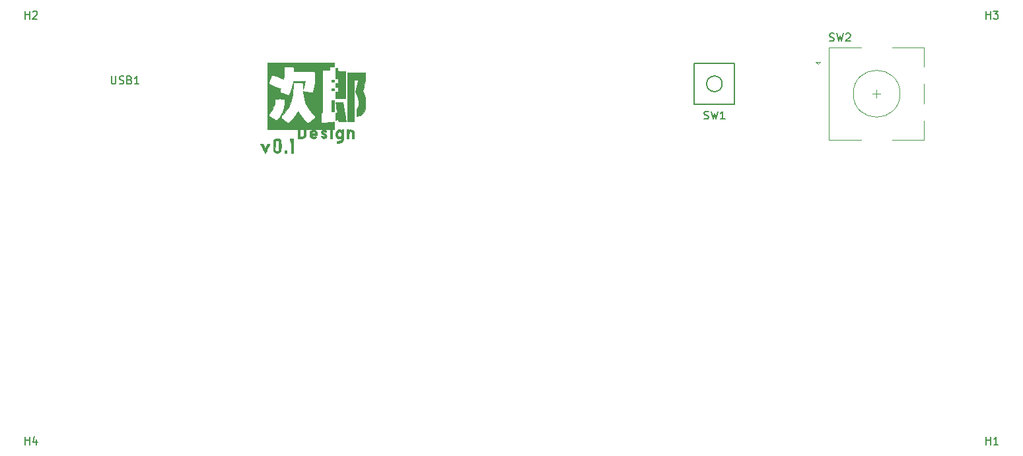
<source format=gbr>
%TF.GenerationSoftware,KiCad,Pcbnew,(5.1.9)-1*%
%TF.CreationDate,2021-03-22T08:17:26-07:00*%
%TF.ProjectId,millipad,6d696c6c-6970-4616-942e-6b696361645f,rev?*%
%TF.SameCoordinates,Original*%
%TF.FileFunction,Legend,Top*%
%TF.FilePolarity,Positive*%
%FSLAX46Y46*%
G04 Gerber Fmt 4.6, Leading zero omitted, Abs format (unit mm)*
G04 Created by KiCad (PCBNEW (5.1.9)-1) date 2021-03-22 08:17:26*
%MOMM*%
%LPD*%
G01*
G04 APERTURE LIST*
%ADD10C,0.010000*%
%ADD11C,0.120000*%
%ADD12C,0.150000*%
G04 APERTURE END LIST*
D10*
%TO.C,G\u002A\u002A\u002A*%
G36*
X104802746Y-57554732D02*
G01*
X104958110Y-57864215D01*
X105111845Y-57554732D01*
X105265581Y-57245250D01*
X105401290Y-57245250D01*
X105484012Y-57248631D01*
X105532079Y-57257140D01*
X105537000Y-57261459D01*
X105523594Y-57293531D01*
X105486823Y-57371211D01*
X105431851Y-57484180D01*
X105363846Y-57622117D01*
X105287975Y-57774702D01*
X105209404Y-57931616D01*
X105133299Y-58082537D01*
X105064827Y-58217147D01*
X105009154Y-58325124D01*
X104971448Y-58396150D01*
X104956996Y-58420000D01*
X104941051Y-58392953D01*
X104901187Y-58317401D01*
X104841704Y-58201721D01*
X104766900Y-58054295D01*
X104681074Y-57883501D01*
X104655649Y-57832625D01*
X104362470Y-57245250D01*
X104647382Y-57245250D01*
X104802746Y-57554732D01*
G37*
X104802746Y-57554732D02*
X104958110Y-57864215D01*
X105111845Y-57554732D01*
X105265581Y-57245250D01*
X105401290Y-57245250D01*
X105484012Y-57248631D01*
X105532079Y-57257140D01*
X105537000Y-57261459D01*
X105523594Y-57293531D01*
X105486823Y-57371211D01*
X105431851Y-57484180D01*
X105363846Y-57622117D01*
X105287975Y-57774702D01*
X105209404Y-57931616D01*
X105133299Y-58082537D01*
X105064827Y-58217147D01*
X105009154Y-58325124D01*
X104971448Y-58396150D01*
X104956996Y-58420000D01*
X104941051Y-58392953D01*
X104901187Y-58317401D01*
X104841704Y-58201721D01*
X104766900Y-58054295D01*
X104681074Y-57883501D01*
X104655649Y-57832625D01*
X104362470Y-57245250D01*
X104647382Y-57245250D01*
X104802746Y-57554732D01*
G36*
X106716561Y-56564421D02*
G01*
X106847633Y-56644449D01*
X106940636Y-56761113D01*
X106953467Y-56788575D01*
X106971167Y-56852976D01*
X106983945Y-56953757D01*
X106992267Y-57098149D01*
X106996595Y-57293379D01*
X106997500Y-57474913D01*
X106996729Y-57687630D01*
X106993846Y-57847114D01*
X106987991Y-57963621D01*
X106978305Y-58047404D01*
X106963930Y-58108720D01*
X106944007Y-58157822D01*
X106939588Y-58166495D01*
X106856287Y-58268085D01*
X106732503Y-58352468D01*
X106591105Y-58406764D01*
X106489500Y-58420000D01*
X106390742Y-58404975D01*
X106276946Y-58367207D01*
X106236639Y-58348562D01*
X106155061Y-58302145D01*
X106092878Y-58251413D01*
X106047494Y-58187407D01*
X106016315Y-58101165D01*
X106000478Y-58006140D01*
X106231504Y-58006140D01*
X106315290Y-58089926D01*
X106382552Y-58144853D01*
X106451997Y-58162201D01*
X106527508Y-58156487D01*
X106617983Y-58137147D01*
X106682670Y-58110579D01*
X106691781Y-58103496D01*
X106706894Y-58055896D01*
X106719421Y-57947433D01*
X106729172Y-57780701D01*
X106735955Y-57558292D01*
X106737239Y-57489803D01*
X106740258Y-57261077D01*
X106738902Y-57088061D01*
X106730487Y-56962987D01*
X106712329Y-56878087D01*
X106681743Y-56825594D01*
X106636046Y-56797740D01*
X106572553Y-56786757D01*
X106493646Y-56784875D01*
X106391759Y-56792718D01*
X106314457Y-56812750D01*
X106292650Y-56826069D01*
X106275999Y-56863231D01*
X106262971Y-56941441D01*
X106253073Y-57066553D01*
X106245816Y-57244420D01*
X106241439Y-57436702D01*
X106231504Y-58006140D01*
X106000478Y-58006140D01*
X105996742Y-57983726D01*
X105986181Y-57826129D01*
X105982036Y-57619412D01*
X105981549Y-57467995D01*
X105983078Y-57227077D01*
X105989333Y-57040684D01*
X106002881Y-56899877D01*
X106026292Y-56795717D01*
X106062133Y-56719265D01*
X106112973Y-56661583D01*
X106181380Y-56613731D01*
X106235500Y-56584172D01*
X106396437Y-56530281D01*
X106561477Y-56525031D01*
X106716561Y-56564421D01*
G37*
X106716561Y-56564421D02*
X106847633Y-56644449D01*
X106940636Y-56761113D01*
X106953467Y-56788575D01*
X106971167Y-56852976D01*
X106983945Y-56953757D01*
X106992267Y-57098149D01*
X106996595Y-57293379D01*
X106997500Y-57474913D01*
X106996729Y-57687630D01*
X106993846Y-57847114D01*
X106987991Y-57963621D01*
X106978305Y-58047404D01*
X106963930Y-58108720D01*
X106944007Y-58157822D01*
X106939588Y-58166495D01*
X106856287Y-58268085D01*
X106732503Y-58352468D01*
X106591105Y-58406764D01*
X106489500Y-58420000D01*
X106390742Y-58404975D01*
X106276946Y-58367207D01*
X106236639Y-58348562D01*
X106155061Y-58302145D01*
X106092878Y-58251413D01*
X106047494Y-58187407D01*
X106016315Y-58101165D01*
X106000478Y-58006140D01*
X106231504Y-58006140D01*
X106315290Y-58089926D01*
X106382552Y-58144853D01*
X106451997Y-58162201D01*
X106527508Y-58156487D01*
X106617983Y-58137147D01*
X106682670Y-58110579D01*
X106691781Y-58103496D01*
X106706894Y-58055896D01*
X106719421Y-57947433D01*
X106729172Y-57780701D01*
X106735955Y-57558292D01*
X106737239Y-57489803D01*
X106740258Y-57261077D01*
X106738902Y-57088061D01*
X106730487Y-56962987D01*
X106712329Y-56878087D01*
X106681743Y-56825594D01*
X106636046Y-56797740D01*
X106572553Y-56786757D01*
X106493646Y-56784875D01*
X106391759Y-56792718D01*
X106314457Y-56812750D01*
X106292650Y-56826069D01*
X106275999Y-56863231D01*
X106262971Y-56941441D01*
X106253073Y-57066553D01*
X106245816Y-57244420D01*
X106241439Y-57436702D01*
X106231504Y-58006140D01*
X106000478Y-58006140D01*
X105996742Y-57983726D01*
X105986181Y-57826129D01*
X105982036Y-57619412D01*
X105981549Y-57467995D01*
X105983078Y-57227077D01*
X105989333Y-57040684D01*
X106002881Y-56899877D01*
X106026292Y-56795717D01*
X106062133Y-56719265D01*
X106112973Y-56661583D01*
X106181380Y-56613731D01*
X106235500Y-56584172D01*
X106396437Y-56530281D01*
X106561477Y-56525031D01*
X106716561Y-56564421D01*
G36*
X107696000Y-58388250D02*
G01*
X107442000Y-58388250D01*
X107442000Y-58102500D01*
X107696000Y-58102500D01*
X107696000Y-58388250D01*
G37*
X107696000Y-58388250D02*
X107442000Y-58388250D01*
X107442000Y-58102500D01*
X107696000Y-58102500D01*
X107696000Y-58388250D01*
G36*
X108521500Y-58388250D02*
G01*
X108267500Y-58388250D01*
X108267500Y-57594500D01*
X108267330Y-57349963D01*
X108266432Y-57161602D01*
X108264219Y-57022094D01*
X108260105Y-56924114D01*
X108253505Y-56860339D01*
X108243831Y-56823446D01*
X108230500Y-56806109D01*
X108212924Y-56801006D01*
X108204000Y-56800750D01*
X108162455Y-56790099D01*
X108144095Y-56747054D01*
X108140500Y-56673750D01*
X108140500Y-56546750D01*
X108521500Y-56546750D01*
X108521500Y-58388250D01*
G37*
X108521500Y-58388250D02*
X108267500Y-58388250D01*
X108267500Y-57594500D01*
X108267330Y-57349963D01*
X108266432Y-57161602D01*
X108264219Y-57022094D01*
X108260105Y-56924114D01*
X108253505Y-56860339D01*
X108243831Y-56823446D01*
X108230500Y-56806109D01*
X108212924Y-56801006D01*
X108204000Y-56800750D01*
X108162455Y-56790099D01*
X108144095Y-56747054D01*
X108140500Y-56673750D01*
X108140500Y-56546750D01*
X108521500Y-56546750D01*
X108521500Y-58388250D01*
G36*
X114992821Y-56078437D02*
G01*
X114988128Y-56326575D01*
X114981079Y-56520022D01*
X114969597Y-56667585D01*
X114951606Y-56778072D01*
X114925027Y-56860292D01*
X114887785Y-56923052D01*
X114837801Y-56975160D01*
X114772999Y-57025425D01*
X114768791Y-57028434D01*
X114695553Y-57070287D01*
X114607214Y-57095863D01*
X114483721Y-57110050D01*
X114419062Y-57113674D01*
X114173000Y-57124973D01*
X114173000Y-56864250D01*
X114346131Y-56864250D01*
X114509146Y-56851727D01*
X114621464Y-56811654D01*
X114691263Y-56740269D01*
X114711169Y-56696385D01*
X114740629Y-56599383D01*
X114738246Y-56550631D01*
X114697961Y-56540350D01*
X114624157Y-56555943D01*
X114452674Y-56573261D01*
X114298373Y-56535017D01*
X114168042Y-56448291D01*
X114068472Y-56320165D01*
X114006454Y-56157720D01*
X113990928Y-55991125D01*
X114252375Y-55991125D01*
X114256467Y-56100265D01*
X114274162Y-56169563D01*
X114313585Y-56222440D01*
X114341457Y-56247874D01*
X114416642Y-56299189D01*
X114483581Y-56324061D01*
X114490500Y-56324500D01*
X114553723Y-56304656D01*
X114629676Y-56256065D01*
X114639542Y-56247874D01*
X114691778Y-56194667D01*
X114718523Y-56135883D01*
X114727903Y-56048102D01*
X114728625Y-55991125D01*
X114724532Y-55881984D01*
X114706837Y-55812686D01*
X114667414Y-55759809D01*
X114639542Y-55734375D01*
X114564357Y-55683060D01*
X114497418Y-55658188D01*
X114490500Y-55657750D01*
X114427276Y-55677593D01*
X114351323Y-55726184D01*
X114341457Y-55734375D01*
X114289221Y-55787582D01*
X114262476Y-55846366D01*
X114253096Y-55934147D01*
X114252375Y-55991125D01*
X113990928Y-55991125D01*
X113988776Y-55968038D01*
X113994049Y-55898800D01*
X114040927Y-55722167D01*
X114130153Y-55578069D01*
X114252150Y-55473147D01*
X114397344Y-55414045D01*
X114556156Y-55407406D01*
X114663058Y-55434714D01*
X114727594Y-55449648D01*
X114744500Y-55434714D01*
X114772701Y-55415463D01*
X114843290Y-55404624D01*
X114873758Y-55403750D01*
X115003017Y-55403750D01*
X114992821Y-56078437D01*
G37*
X114992821Y-56078437D02*
X114988128Y-56326575D01*
X114981079Y-56520022D01*
X114969597Y-56667585D01*
X114951606Y-56778072D01*
X114925027Y-56860292D01*
X114887785Y-56923052D01*
X114837801Y-56975160D01*
X114772999Y-57025425D01*
X114768791Y-57028434D01*
X114695553Y-57070287D01*
X114607214Y-57095863D01*
X114483721Y-57110050D01*
X114419062Y-57113674D01*
X114173000Y-57124973D01*
X114173000Y-56864250D01*
X114346131Y-56864250D01*
X114509146Y-56851727D01*
X114621464Y-56811654D01*
X114691263Y-56740269D01*
X114711169Y-56696385D01*
X114740629Y-56599383D01*
X114738246Y-56550631D01*
X114697961Y-56540350D01*
X114624157Y-56555943D01*
X114452674Y-56573261D01*
X114298373Y-56535017D01*
X114168042Y-56448291D01*
X114068472Y-56320165D01*
X114006454Y-56157720D01*
X113990928Y-55991125D01*
X114252375Y-55991125D01*
X114256467Y-56100265D01*
X114274162Y-56169563D01*
X114313585Y-56222440D01*
X114341457Y-56247874D01*
X114416642Y-56299189D01*
X114483581Y-56324061D01*
X114490500Y-56324500D01*
X114553723Y-56304656D01*
X114629676Y-56256065D01*
X114639542Y-56247874D01*
X114691778Y-56194667D01*
X114718523Y-56135883D01*
X114727903Y-56048102D01*
X114728625Y-55991125D01*
X114724532Y-55881984D01*
X114706837Y-55812686D01*
X114667414Y-55759809D01*
X114639542Y-55734375D01*
X114564357Y-55683060D01*
X114497418Y-55658188D01*
X114490500Y-55657750D01*
X114427276Y-55677593D01*
X114351323Y-55726184D01*
X114341457Y-55734375D01*
X114289221Y-55787582D01*
X114262476Y-55846366D01*
X114253096Y-55934147D01*
X114252375Y-55991125D01*
X113990928Y-55991125D01*
X113988776Y-55968038D01*
X113994049Y-55898800D01*
X114040927Y-55722167D01*
X114130153Y-55578069D01*
X114252150Y-55473147D01*
X114397344Y-55414045D01*
X114556156Y-55407406D01*
X114663058Y-55434714D01*
X114727594Y-55449648D01*
X114744500Y-55434714D01*
X114772701Y-55415463D01*
X114843290Y-55404624D01*
X114873758Y-55403750D01*
X115003017Y-55403750D01*
X114992821Y-56078437D01*
G36*
X111294286Y-55439554D02*
G01*
X111436970Y-55521097D01*
X111513717Y-55598651D01*
X111574633Y-55691722D01*
X111609053Y-55796990D01*
X111624224Y-55908213D01*
X111641819Y-56102250D01*
X111272284Y-56102250D01*
X111098295Y-56105032D01*
X110976966Y-56113130D01*
X110912478Y-56126167D01*
X110902750Y-56135443D01*
X110928234Y-56190960D01*
X110989876Y-56253172D01*
X111065455Y-56303783D01*
X111132367Y-56324500D01*
X111215857Y-56306229D01*
X111275876Y-56275641D01*
X111330704Y-56245391D01*
X111381828Y-56248975D01*
X111441690Y-56276456D01*
X111515169Y-56322143D01*
X111531163Y-56363924D01*
X111492166Y-56418748D01*
X111466312Y-56443850D01*
X111323236Y-56539744D01*
X111165888Y-56574111D01*
X110996763Y-56546671D01*
X110903379Y-56507062D01*
X110770606Y-56410501D01*
X110684595Y-56277803D01*
X110642622Y-56103712D01*
X110637299Y-55993589D01*
X110654804Y-55818142D01*
X110920564Y-55818142D01*
X110931385Y-55836926D01*
X110978129Y-55845652D01*
X111072349Y-55848143D01*
X111123882Y-55848250D01*
X111238318Y-55844073D01*
X111317441Y-55832872D01*
X111347248Y-55816637D01*
X111347250Y-55816500D01*
X111321598Y-55761417D01*
X111260904Y-55704076D01*
X111189557Y-55664581D01*
X111154662Y-55657750D01*
X111040615Y-55685428D01*
X110951353Y-55758535D01*
X110934110Y-55785477D01*
X110920564Y-55818142D01*
X110654804Y-55818142D01*
X110655855Y-55807611D01*
X110714848Y-55660080D01*
X110820756Y-55535784D01*
X110839044Y-55519920D01*
X110982084Y-55437420D01*
X111138244Y-55411147D01*
X111294286Y-55439554D01*
G37*
X111294286Y-55439554D02*
X111436970Y-55521097D01*
X111513717Y-55598651D01*
X111574633Y-55691722D01*
X111609053Y-55796990D01*
X111624224Y-55908213D01*
X111641819Y-56102250D01*
X111272284Y-56102250D01*
X111098295Y-56105032D01*
X110976966Y-56113130D01*
X110912478Y-56126167D01*
X110902750Y-56135443D01*
X110928234Y-56190960D01*
X110989876Y-56253172D01*
X111065455Y-56303783D01*
X111132367Y-56324500D01*
X111215857Y-56306229D01*
X111275876Y-56275641D01*
X111330704Y-56245391D01*
X111381828Y-56248975D01*
X111441690Y-56276456D01*
X111515169Y-56322143D01*
X111531163Y-56363924D01*
X111492166Y-56418748D01*
X111466312Y-56443850D01*
X111323236Y-56539744D01*
X111165888Y-56574111D01*
X110996763Y-56546671D01*
X110903379Y-56507062D01*
X110770606Y-56410501D01*
X110684595Y-56277803D01*
X110642622Y-56103712D01*
X110637299Y-55993589D01*
X110654804Y-55818142D01*
X110920564Y-55818142D01*
X110931385Y-55836926D01*
X110978129Y-55845652D01*
X111072349Y-55848143D01*
X111123882Y-55848250D01*
X111238318Y-55844073D01*
X111317441Y-55832872D01*
X111347248Y-55816637D01*
X111347250Y-55816500D01*
X111321598Y-55761417D01*
X111260904Y-55704076D01*
X111189557Y-55664581D01*
X111154662Y-55657750D01*
X111040615Y-55685428D01*
X110951353Y-55758535D01*
X110934110Y-55785477D01*
X110920564Y-55818142D01*
X110654804Y-55818142D01*
X110655855Y-55807611D01*
X110714848Y-55660080D01*
X110820756Y-55535784D01*
X110839044Y-55519920D01*
X110982084Y-55437420D01*
X111138244Y-55411147D01*
X111294286Y-55439554D01*
G36*
X109624403Y-54707735D02*
G01*
X109736725Y-54717154D01*
X109822804Y-54736455D01*
X109901205Y-54768584D01*
X109917360Y-54776687D01*
X110000665Y-54824434D01*
X110063727Y-54877060D01*
X110109316Y-54943783D01*
X110140199Y-55033821D01*
X110159147Y-55156392D01*
X110168929Y-55320714D01*
X110172314Y-55536006D01*
X110172500Y-55626000D01*
X110170713Y-55861506D01*
X110163508Y-56042786D01*
X110148116Y-56179058D01*
X110121766Y-56279539D01*
X110081690Y-56353447D01*
X110025119Y-56410002D01*
X109949284Y-56458419D01*
X109917360Y-56475312D01*
X109838282Y-56510318D01*
X109755186Y-56531915D01*
X109649507Y-56543049D01*
X109502679Y-56546668D01*
X109467272Y-56546750D01*
X109156500Y-56546750D01*
X109156500Y-56300147D01*
X109410500Y-56300147D01*
X109620713Y-56286762D01*
X109748758Y-56273517D01*
X109828175Y-56250988D01*
X109873637Y-56214943D01*
X109874713Y-56213494D01*
X109892781Y-56156406D01*
X109906505Y-56049561D01*
X109915885Y-55906556D01*
X109920923Y-55740987D01*
X109921617Y-55566447D01*
X109917967Y-55396534D01*
X109909974Y-55244843D01*
X109897637Y-55124968D01*
X109880957Y-55050506D01*
X109874713Y-55038505D01*
X109830110Y-55001948D01*
X109752028Y-54979046D01*
X109625797Y-54965566D01*
X109620713Y-54965237D01*
X109410500Y-54951852D01*
X109410500Y-56300147D01*
X109156500Y-56300147D01*
X109156500Y-54705250D01*
X109467272Y-54705250D01*
X109624403Y-54707735D01*
G37*
X109624403Y-54707735D02*
X109736725Y-54717154D01*
X109822804Y-54736455D01*
X109901205Y-54768584D01*
X109917360Y-54776687D01*
X110000665Y-54824434D01*
X110063727Y-54877060D01*
X110109316Y-54943783D01*
X110140199Y-55033821D01*
X110159147Y-55156392D01*
X110168929Y-55320714D01*
X110172314Y-55536006D01*
X110172500Y-55626000D01*
X110170713Y-55861506D01*
X110163508Y-56042786D01*
X110148116Y-56179058D01*
X110121766Y-56279539D01*
X110081690Y-56353447D01*
X110025119Y-56410002D01*
X109949284Y-56458419D01*
X109917360Y-56475312D01*
X109838282Y-56510318D01*
X109755186Y-56531915D01*
X109649507Y-56543049D01*
X109502679Y-56546668D01*
X109467272Y-56546750D01*
X109156500Y-56546750D01*
X109156500Y-56300147D01*
X109410500Y-56300147D01*
X109620713Y-56286762D01*
X109748758Y-56273517D01*
X109828175Y-56250988D01*
X109873637Y-56214943D01*
X109874713Y-56213494D01*
X109892781Y-56156406D01*
X109906505Y-56049561D01*
X109915885Y-55906556D01*
X109920923Y-55740987D01*
X109921617Y-55566447D01*
X109917967Y-55396534D01*
X109909974Y-55244843D01*
X109897637Y-55124968D01*
X109880957Y-55050506D01*
X109874713Y-55038505D01*
X109830110Y-55001948D01*
X109752028Y-54979046D01*
X109625797Y-54965566D01*
X109620713Y-54965237D01*
X109410500Y-54951852D01*
X109410500Y-56300147D01*
X109156500Y-56300147D01*
X109156500Y-54705250D01*
X109467272Y-54705250D01*
X109624403Y-54707735D01*
G36*
X112548334Y-55417901D02*
G01*
X112672812Y-55464377D01*
X112763815Y-55547830D01*
X112765321Y-55550099D01*
X112796625Y-55619551D01*
X112777220Y-55668657D01*
X112701290Y-55709087D01*
X112682760Y-55715791D01*
X112606748Y-55732398D01*
X112559904Y-55711925D01*
X112551814Y-55703042D01*
X112492651Y-55662171D01*
X112437501Y-55665762D01*
X112406103Y-55705787D01*
X112411851Y-55759970D01*
X112447124Y-55799241D01*
X112520488Y-55854407D01*
X112589595Y-55897772D01*
X112722034Y-55998294D01*
X112807042Y-56112345D01*
X112843421Y-56230113D01*
X112829973Y-56341782D01*
X112765501Y-56437542D01*
X112663339Y-56501812D01*
X112505981Y-56542973D01*
X112364978Y-56525260D01*
X112268010Y-56475312D01*
X112186664Y-56409853D01*
X112123519Y-56342399D01*
X112117240Y-56333449D01*
X112091860Y-56285625D01*
X112103490Y-56253937D01*
X112161789Y-56219870D01*
X112181442Y-56210405D01*
X112255747Y-56178610D01*
X112301348Y-56178358D01*
X112346064Y-56212251D01*
X112361220Y-56227220D01*
X112434004Y-56275317D01*
X112505172Y-56285574D01*
X112556038Y-56259033D01*
X112569625Y-56215614D01*
X112539226Y-56156982D01*
X112449590Y-56085078D01*
X112404100Y-56056864D01*
X112305905Y-55993253D01*
X112225636Y-55931066D01*
X112190797Y-55895875D01*
X112146485Y-55789715D01*
X112152717Y-55673221D01*
X112202158Y-55562178D01*
X112287471Y-55472370D01*
X112401322Y-55419580D01*
X112413318Y-55417071D01*
X112548334Y-55417901D01*
G37*
X112548334Y-55417901D02*
X112672812Y-55464377D01*
X112763815Y-55547830D01*
X112765321Y-55550099D01*
X112796625Y-55619551D01*
X112777220Y-55668657D01*
X112701290Y-55709087D01*
X112682760Y-55715791D01*
X112606748Y-55732398D01*
X112559904Y-55711925D01*
X112551814Y-55703042D01*
X112492651Y-55662171D01*
X112437501Y-55665762D01*
X112406103Y-55705787D01*
X112411851Y-55759970D01*
X112447124Y-55799241D01*
X112520488Y-55854407D01*
X112589595Y-55897772D01*
X112722034Y-55998294D01*
X112807042Y-56112345D01*
X112843421Y-56230113D01*
X112829973Y-56341782D01*
X112765501Y-56437542D01*
X112663339Y-56501812D01*
X112505981Y-56542973D01*
X112364978Y-56525260D01*
X112268010Y-56475312D01*
X112186664Y-56409853D01*
X112123519Y-56342399D01*
X112117240Y-56333449D01*
X112091860Y-56285625D01*
X112103490Y-56253937D01*
X112161789Y-56219870D01*
X112181442Y-56210405D01*
X112255747Y-56178610D01*
X112301348Y-56178358D01*
X112346064Y-56212251D01*
X112361220Y-56227220D01*
X112434004Y-56275317D01*
X112505172Y-56285574D01*
X112556038Y-56259033D01*
X112569625Y-56215614D01*
X112539226Y-56156982D01*
X112449590Y-56085078D01*
X112404100Y-56056864D01*
X112305905Y-55993253D01*
X112225636Y-55931066D01*
X112190797Y-55895875D01*
X112146485Y-55789715D01*
X112152717Y-55673221D01*
X112202158Y-55562178D01*
X112287471Y-55472370D01*
X112401322Y-55419580D01*
X112413318Y-55417071D01*
X112548334Y-55417901D01*
G36*
X113538000Y-56546750D02*
G01*
X113284000Y-56546750D01*
X113284000Y-55403750D01*
X113538000Y-55403750D01*
X113538000Y-56546750D01*
G37*
X113538000Y-56546750D02*
X113284000Y-56546750D01*
X113284000Y-55403750D01*
X113538000Y-55403750D01*
X113538000Y-56546750D01*
G36*
X115649530Y-55410617D02*
G01*
X115693763Y-55427774D01*
X115697000Y-55434714D01*
X115722461Y-55448658D01*
X115784312Y-55432385D01*
X115902229Y-55412716D01*
X116035412Y-55426958D01*
X116154458Y-55470040D01*
X116203852Y-55504745D01*
X116268226Y-55577967D01*
X116313560Y-55665992D01*
X116342691Y-55780530D01*
X116358457Y-55933291D01*
X116363694Y-56135986D01*
X116363750Y-56164730D01*
X116363750Y-56546750D01*
X116109750Y-56546750D01*
X116109750Y-56165750D01*
X116108679Y-56001113D01*
X116104284Y-55887521D01*
X116094787Y-55812537D01*
X116078412Y-55763724D01*
X116053382Y-55728647D01*
X116046250Y-55721250D01*
X115950987Y-55666117D01*
X115844184Y-55668122D01*
X115774505Y-55702749D01*
X115748402Y-55728465D01*
X115730151Y-55768469D01*
X115717899Y-55834173D01*
X115709794Y-55936992D01*
X115703982Y-56088339D01*
X115702348Y-56147249D01*
X115691821Y-56546750D01*
X115443000Y-56546750D01*
X115443000Y-55403750D01*
X115570000Y-55403750D01*
X115649530Y-55410617D01*
G37*
X115649530Y-55410617D02*
X115693763Y-55427774D01*
X115697000Y-55434714D01*
X115722461Y-55448658D01*
X115784312Y-55432385D01*
X115902229Y-55412716D01*
X116035412Y-55426958D01*
X116154458Y-55470040D01*
X116203852Y-55504745D01*
X116268226Y-55577967D01*
X116313560Y-55665992D01*
X116342691Y-55780530D01*
X116358457Y-55933291D01*
X116363694Y-56135986D01*
X116363750Y-56164730D01*
X116363750Y-56546750D01*
X116109750Y-56546750D01*
X116109750Y-56165750D01*
X116108679Y-56001113D01*
X116104284Y-55887521D01*
X116094787Y-55812537D01*
X116078412Y-55763724D01*
X116053382Y-55728647D01*
X116046250Y-55721250D01*
X115950987Y-55666117D01*
X115844184Y-55668122D01*
X115774505Y-55702749D01*
X115748402Y-55728465D01*
X115730151Y-55768469D01*
X115717899Y-55834173D01*
X115709794Y-55936992D01*
X115703982Y-56088339D01*
X115702348Y-56147249D01*
X115691821Y-56546750D01*
X115443000Y-56546750D01*
X115443000Y-55403750D01*
X115570000Y-55403750D01*
X115649530Y-55410617D01*
G36*
X113792000Y-47339250D02*
G01*
X113544350Y-47339250D01*
X113404923Y-47344280D01*
X113304877Y-47358261D01*
X113258600Y-47377349D01*
X113236931Y-47429085D01*
X113223130Y-47519816D01*
X113220500Y-47583724D01*
X113220500Y-47752000D01*
X112782350Y-47752000D01*
X112573437Y-47754653D01*
X112425410Y-47762743D01*
X112335871Y-47776460D01*
X112306100Y-47790099D01*
X112299017Y-47812169D01*
X112292786Y-47865374D01*
X112287365Y-47952771D01*
X112282711Y-48077419D01*
X112278782Y-48242377D01*
X112275535Y-48450703D01*
X112272929Y-48705455D01*
X112270922Y-49009691D01*
X112269471Y-49366471D01*
X112268534Y-49778852D01*
X112268070Y-50249893D01*
X112268000Y-50552350D01*
X112267953Y-51031205D01*
X112267758Y-51450505D01*
X112267332Y-51814193D01*
X112266592Y-52126213D01*
X112265456Y-52390509D01*
X112263841Y-52611025D01*
X112261663Y-52791705D01*
X112258841Y-52936493D01*
X112255291Y-53049333D01*
X112250931Y-53134169D01*
X112245678Y-53194946D01*
X112239449Y-53235606D01*
X112232162Y-53260095D01*
X112223734Y-53272355D01*
X112214081Y-53276332D01*
X112210849Y-53276500D01*
X112164900Y-53281474D01*
X112130824Y-53301818D01*
X112106879Y-53345664D01*
X112091318Y-53421143D01*
X112082399Y-53536386D01*
X112078376Y-53699525D01*
X112077500Y-53898087D01*
X112078393Y-54103324D01*
X112081564Y-54253953D01*
X112087746Y-54358849D01*
X112097673Y-54426885D01*
X112112080Y-54466935D01*
X112125953Y-54483687D01*
X112178879Y-54499000D01*
X112285006Y-54506931D01*
X112434511Y-54507866D01*
X112617569Y-54502189D01*
X112824358Y-54490287D01*
X113045054Y-54472542D01*
X113269836Y-54449342D01*
X113395125Y-54433942D01*
X113537928Y-54415508D01*
X113657060Y-54400587D01*
X113738695Y-54390882D01*
X113768187Y-54388006D01*
X113776473Y-54417832D01*
X113783506Y-54500188D01*
X113788735Y-54624107D01*
X113791614Y-54778623D01*
X113792000Y-54864000D01*
X113792000Y-55340250D01*
X113688812Y-55340306D01*
X113585625Y-55340363D01*
X113585625Y-54911625D01*
X113236375Y-54911625D01*
X113236375Y-55340363D01*
X111739886Y-55340306D01*
X110243397Y-55340250D01*
X110230270Y-55134100D01*
X110218932Y-55014678D01*
X110197426Y-54934365D01*
X110156419Y-54868772D01*
X110108410Y-54815767D01*
X110024359Y-54741715D01*
X109931872Y-54691124D01*
X109817803Y-54660681D01*
X109669007Y-54647070D01*
X109472339Y-54646978D01*
X109442250Y-54647795D01*
X109108875Y-54657625D01*
X109099863Y-54998937D01*
X109090851Y-55340250D01*
X105251250Y-55340250D01*
X105251250Y-53503331D01*
X105416205Y-53503331D01*
X105416396Y-53560617D01*
X105422619Y-53605462D01*
X105438365Y-53643855D01*
X105471968Y-53682890D01*
X105531763Y-53729664D01*
X105626085Y-53791275D01*
X105763267Y-53874817D01*
X105837821Y-53919437D01*
X106029715Y-54031277D01*
X106178428Y-54108919D01*
X106293387Y-54153727D01*
X106384019Y-54167066D01*
X106459749Y-54150301D01*
X106530006Y-54104795D01*
X106604215Y-54031914D01*
X106605460Y-54030562D01*
X106828786Y-53758037D01*
X107029640Y-53455274D01*
X107196823Y-53141207D01*
X107319137Y-52834770D01*
X107326609Y-52811277D01*
X107367738Y-52655157D01*
X107403442Y-52473868D01*
X107432784Y-52278912D01*
X107454826Y-52081792D01*
X107468632Y-51894010D01*
X107473264Y-51727069D01*
X107467784Y-51592471D01*
X107451256Y-51501718D01*
X107435650Y-51473100D01*
X107394268Y-51457340D01*
X107303493Y-51445969D01*
X107159247Y-51438723D01*
X106957455Y-51435336D01*
X106850075Y-51435000D01*
X106651374Y-51435332D01*
X106506518Y-51437090D01*
X106405854Y-51441414D01*
X106339727Y-51449447D01*
X106298483Y-51462328D01*
X106272468Y-51481201D01*
X106253175Y-51505564D01*
X106220914Y-51586999D01*
X106204643Y-51703539D01*
X106203750Y-51738610D01*
X106177273Y-51998193D01*
X106100352Y-52282289D01*
X105976751Y-52582342D01*
X105810233Y-52889793D01*
X105604560Y-53196083D01*
X105507269Y-53322492D01*
X105441528Y-53419103D01*
X105416205Y-53503331D01*
X105251250Y-53503331D01*
X105251250Y-49402680D01*
X105410000Y-49402680D01*
X105429958Y-49486360D01*
X105465562Y-49538506D01*
X105510888Y-49566098D01*
X105604859Y-49613802D01*
X105737652Y-49676964D01*
X105899439Y-49750929D01*
X106080397Y-49831042D01*
X106112622Y-49845052D01*
X106348583Y-49945222D01*
X106533819Y-50018825D01*
X106674262Y-50067964D01*
X106775845Y-50094744D01*
X106835580Y-50101500D01*
X106967040Y-50101500D01*
X106902895Y-50227235D01*
X106853456Y-50360875D01*
X106841331Y-50484490D01*
X106866877Y-50581846D01*
X106894312Y-50615973D01*
X106956400Y-50652839D01*
X107064572Y-50700931D01*
X107204457Y-50755390D01*
X107361684Y-50811359D01*
X107521884Y-50863979D01*
X107670683Y-50908390D01*
X107793713Y-50939735D01*
X107876603Y-50953155D01*
X107891161Y-50952992D01*
X107957817Y-50936066D01*
X108017969Y-50893816D01*
X108077522Y-50818148D01*
X108142381Y-50700966D01*
X108218449Y-50534175D01*
X108248775Y-50462672D01*
X108388999Y-50067999D01*
X108491388Y-49640651D01*
X108524875Y-49442687D01*
X108564236Y-49180750D01*
X110078000Y-49180750D01*
X110057760Y-49315687D01*
X110042558Y-49397145D01*
X110016987Y-49514118D01*
X109984491Y-49652853D01*
X109948517Y-49799599D01*
X109912512Y-49940603D01*
X109879920Y-50062114D01*
X109854188Y-50150379D01*
X109838762Y-50191646D01*
X109838032Y-50192551D01*
X109832103Y-50169139D01*
X109827308Y-50094360D01*
X109824186Y-49980341D01*
X109823250Y-49859856D01*
X109823245Y-49695390D01*
X109817844Y-49572636D01*
X109798964Y-49485508D01*
X109758525Y-49427918D01*
X109688443Y-49393781D01*
X109580638Y-49377010D01*
X109427028Y-49371519D01*
X109219532Y-49371221D01*
X109174462Y-49371250D01*
X108954970Y-49372696D01*
X108792903Y-49377310D01*
X108682246Y-49385501D01*
X108616983Y-49397680D01*
X108593116Y-49410937D01*
X108582132Y-49454083D01*
X108570657Y-49549925D01*
X108559565Y-49687675D01*
X108549732Y-49856544D01*
X108542285Y-50038000D01*
X108519072Y-50492590D01*
X108480119Y-50894973D01*
X108423443Y-51254934D01*
X108347061Y-51582258D01*
X108248990Y-51886731D01*
X108127246Y-52178137D01*
X108094748Y-52246268D01*
X107930065Y-52551372D01*
X107739398Y-52840278D01*
X107511872Y-53128153D01*
X107273383Y-53391770D01*
X107156309Y-53516895D01*
X107077399Y-53608083D01*
X107029455Y-53675831D01*
X107005277Y-53730637D01*
X106997667Y-53782998D01*
X106997500Y-53794073D01*
X107000166Y-53838455D01*
X107013089Y-53878395D01*
X107043655Y-53921570D01*
X107099251Y-53975652D01*
X107187263Y-54048316D01*
X107315078Y-54147237D01*
X107398427Y-54210615D01*
X107573409Y-54342432D01*
X107708404Y-54436500D01*
X107814469Y-54492841D01*
X107902661Y-54511480D01*
X107984036Y-54492440D01*
X108069651Y-54435745D01*
X108170562Y-54341418D01*
X108294918Y-54212526D01*
X108474619Y-54020053D01*
X108621651Y-53850415D01*
X108750982Y-53684457D01*
X108877581Y-53503026D01*
X109009188Y-53298512D01*
X109089042Y-53169603D01*
X109143528Y-53091071D01*
X109184481Y-53063363D01*
X109223733Y-53086929D01*
X109273117Y-53162217D01*
X109344467Y-53289674D01*
X109356869Y-53311682D01*
X109463356Y-53480857D01*
X109605415Y-53678425D01*
X109771788Y-53889893D01*
X109951220Y-54100765D01*
X110075434Y-54236937D01*
X110194802Y-54361708D01*
X110290849Y-54449877D01*
X110374271Y-54501125D01*
X110455765Y-54515137D01*
X110546027Y-54491596D01*
X110655755Y-54430184D01*
X110795646Y-54330586D01*
X110952358Y-54210974D01*
X111101890Y-54095155D01*
X111208055Y-54009718D01*
X111278244Y-53946884D01*
X111319842Y-53898873D01*
X111340240Y-53857905D01*
X111346825Y-53816202D01*
X111347250Y-53795164D01*
X111341631Y-53740139D01*
X111319867Y-53684377D01*
X111274596Y-53616802D01*
X111198456Y-53526341D01*
X111090134Y-53408376D01*
X110763187Y-53031098D01*
X110493481Y-52655641D01*
X110276405Y-52271774D01*
X110107348Y-51869269D01*
X109981701Y-51437895D01*
X109894852Y-50967422D01*
X109861327Y-50681839D01*
X109850133Y-50555139D01*
X109847522Y-50481452D01*
X109854590Y-50450733D01*
X109872435Y-50452937D01*
X109885246Y-50462822D01*
X109933134Y-50483571D01*
X110029881Y-50511642D01*
X110161674Y-50544144D01*
X110314697Y-50578186D01*
X110475137Y-50610879D01*
X110629179Y-50639331D01*
X110763010Y-50660654D01*
X110862814Y-50671955D01*
X110889891Y-50673023D01*
X110976577Y-50655661D01*
X111037879Y-50617437D01*
X111072100Y-50555203D01*
X111113590Y-50442502D01*
X111159051Y-50291481D01*
X111205186Y-50114288D01*
X111248697Y-49923072D01*
X111286287Y-49729978D01*
X111298596Y-49657000D01*
X111314544Y-49527298D01*
X111327551Y-49361950D01*
X111337550Y-49171321D01*
X111344478Y-48965771D01*
X111348267Y-48755663D01*
X111348854Y-48551360D01*
X111346172Y-48363224D01*
X111340157Y-48201617D01*
X111330744Y-48076903D01*
X111317866Y-47999442D01*
X111309149Y-47980599D01*
X111281800Y-47970568D01*
X111218886Y-47962272D01*
X111116297Y-47955597D01*
X110969924Y-47950428D01*
X110775655Y-47946651D01*
X110529381Y-47944150D01*
X110226991Y-47942811D01*
X109943899Y-47942500D01*
X108616750Y-47942500D01*
X108616750Y-47678974D01*
X108611957Y-47531794D01*
X108598456Y-47427439D01*
X108578649Y-47377349D01*
X108532616Y-47362545D01*
X108436201Y-47351130D01*
X108302433Y-47343105D01*
X108144339Y-47338470D01*
X107974947Y-47337225D01*
X107807285Y-47339370D01*
X107654380Y-47344906D01*
X107529262Y-47353831D01*
X107444957Y-47366146D01*
X107416600Y-47377349D01*
X107397555Y-47429852D01*
X107385075Y-47543273D01*
X107379078Y-47718541D01*
X107378473Y-47813912D01*
X107376268Y-47965866D01*
X107370232Y-48137623D01*
X107361201Y-48317327D01*
X107350015Y-48493121D01*
X107337512Y-48653150D01*
X107324530Y-48785557D01*
X107311908Y-48878486D01*
X107300484Y-48920082D01*
X107300238Y-48920344D01*
X107268874Y-48911860D01*
X107187999Y-48881247D01*
X107066202Y-48832003D01*
X106912071Y-48767628D01*
X106734195Y-48691622D01*
X106660717Y-48659789D01*
X106415742Y-48555392D01*
X106221302Y-48477921D01*
X106071233Y-48425709D01*
X105959370Y-48397090D01*
X105879549Y-48390398D01*
X105825605Y-48403968D01*
X105798219Y-48426687D01*
X105766437Y-48481125D01*
X105719414Y-48580509D01*
X105662479Y-48711434D01*
X105600966Y-48860499D01*
X105540204Y-49014299D01*
X105485526Y-49159433D01*
X105442263Y-49282495D01*
X105415746Y-49370084D01*
X105410000Y-49402680D01*
X105251250Y-49402680D01*
X105251250Y-46799500D01*
X113792000Y-46799500D01*
X113792000Y-47339250D01*
G37*
X113792000Y-47339250D02*
X113544350Y-47339250D01*
X113404923Y-47344280D01*
X113304877Y-47358261D01*
X113258600Y-47377349D01*
X113236931Y-47429085D01*
X113223130Y-47519816D01*
X113220500Y-47583724D01*
X113220500Y-47752000D01*
X112782350Y-47752000D01*
X112573437Y-47754653D01*
X112425410Y-47762743D01*
X112335871Y-47776460D01*
X112306100Y-47790099D01*
X112299017Y-47812169D01*
X112292786Y-47865374D01*
X112287365Y-47952771D01*
X112282711Y-48077419D01*
X112278782Y-48242377D01*
X112275535Y-48450703D01*
X112272929Y-48705455D01*
X112270922Y-49009691D01*
X112269471Y-49366471D01*
X112268534Y-49778852D01*
X112268070Y-50249893D01*
X112268000Y-50552350D01*
X112267953Y-51031205D01*
X112267758Y-51450505D01*
X112267332Y-51814193D01*
X112266592Y-52126213D01*
X112265456Y-52390509D01*
X112263841Y-52611025D01*
X112261663Y-52791705D01*
X112258841Y-52936493D01*
X112255291Y-53049333D01*
X112250931Y-53134169D01*
X112245678Y-53194946D01*
X112239449Y-53235606D01*
X112232162Y-53260095D01*
X112223734Y-53272355D01*
X112214081Y-53276332D01*
X112210849Y-53276500D01*
X112164900Y-53281474D01*
X112130824Y-53301818D01*
X112106879Y-53345664D01*
X112091318Y-53421143D01*
X112082399Y-53536386D01*
X112078376Y-53699525D01*
X112077500Y-53898087D01*
X112078393Y-54103324D01*
X112081564Y-54253953D01*
X112087746Y-54358849D01*
X112097673Y-54426885D01*
X112112080Y-54466935D01*
X112125953Y-54483687D01*
X112178879Y-54499000D01*
X112285006Y-54506931D01*
X112434511Y-54507866D01*
X112617569Y-54502189D01*
X112824358Y-54490287D01*
X113045054Y-54472542D01*
X113269836Y-54449342D01*
X113395125Y-54433942D01*
X113537928Y-54415508D01*
X113657060Y-54400587D01*
X113738695Y-54390882D01*
X113768187Y-54388006D01*
X113776473Y-54417832D01*
X113783506Y-54500188D01*
X113788735Y-54624107D01*
X113791614Y-54778623D01*
X113792000Y-54864000D01*
X113792000Y-55340250D01*
X113688812Y-55340306D01*
X113585625Y-55340363D01*
X113585625Y-54911625D01*
X113236375Y-54911625D01*
X113236375Y-55340363D01*
X111739886Y-55340306D01*
X110243397Y-55340250D01*
X110230270Y-55134100D01*
X110218932Y-55014678D01*
X110197426Y-54934365D01*
X110156419Y-54868772D01*
X110108410Y-54815767D01*
X110024359Y-54741715D01*
X109931872Y-54691124D01*
X109817803Y-54660681D01*
X109669007Y-54647070D01*
X109472339Y-54646978D01*
X109442250Y-54647795D01*
X109108875Y-54657625D01*
X109099863Y-54998937D01*
X109090851Y-55340250D01*
X105251250Y-55340250D01*
X105251250Y-53503331D01*
X105416205Y-53503331D01*
X105416396Y-53560617D01*
X105422619Y-53605462D01*
X105438365Y-53643855D01*
X105471968Y-53682890D01*
X105531763Y-53729664D01*
X105626085Y-53791275D01*
X105763267Y-53874817D01*
X105837821Y-53919437D01*
X106029715Y-54031277D01*
X106178428Y-54108919D01*
X106293387Y-54153727D01*
X106384019Y-54167066D01*
X106459749Y-54150301D01*
X106530006Y-54104795D01*
X106604215Y-54031914D01*
X106605460Y-54030562D01*
X106828786Y-53758037D01*
X107029640Y-53455274D01*
X107196823Y-53141207D01*
X107319137Y-52834770D01*
X107326609Y-52811277D01*
X107367738Y-52655157D01*
X107403442Y-52473868D01*
X107432784Y-52278912D01*
X107454826Y-52081792D01*
X107468632Y-51894010D01*
X107473264Y-51727069D01*
X107467784Y-51592471D01*
X107451256Y-51501718D01*
X107435650Y-51473100D01*
X107394268Y-51457340D01*
X107303493Y-51445969D01*
X107159247Y-51438723D01*
X106957455Y-51435336D01*
X106850075Y-51435000D01*
X106651374Y-51435332D01*
X106506518Y-51437090D01*
X106405854Y-51441414D01*
X106339727Y-51449447D01*
X106298483Y-51462328D01*
X106272468Y-51481201D01*
X106253175Y-51505564D01*
X106220914Y-51586999D01*
X106204643Y-51703539D01*
X106203750Y-51738610D01*
X106177273Y-51998193D01*
X106100352Y-52282289D01*
X105976751Y-52582342D01*
X105810233Y-52889793D01*
X105604560Y-53196083D01*
X105507269Y-53322492D01*
X105441528Y-53419103D01*
X105416205Y-53503331D01*
X105251250Y-53503331D01*
X105251250Y-49402680D01*
X105410000Y-49402680D01*
X105429958Y-49486360D01*
X105465562Y-49538506D01*
X105510888Y-49566098D01*
X105604859Y-49613802D01*
X105737652Y-49676964D01*
X105899439Y-49750929D01*
X106080397Y-49831042D01*
X106112622Y-49845052D01*
X106348583Y-49945222D01*
X106533819Y-50018825D01*
X106674262Y-50067964D01*
X106775845Y-50094744D01*
X106835580Y-50101500D01*
X106967040Y-50101500D01*
X106902895Y-50227235D01*
X106853456Y-50360875D01*
X106841331Y-50484490D01*
X106866877Y-50581846D01*
X106894312Y-50615973D01*
X106956400Y-50652839D01*
X107064572Y-50700931D01*
X107204457Y-50755390D01*
X107361684Y-50811359D01*
X107521884Y-50863979D01*
X107670683Y-50908390D01*
X107793713Y-50939735D01*
X107876603Y-50953155D01*
X107891161Y-50952992D01*
X107957817Y-50936066D01*
X108017969Y-50893816D01*
X108077522Y-50818148D01*
X108142381Y-50700966D01*
X108218449Y-50534175D01*
X108248775Y-50462672D01*
X108388999Y-50067999D01*
X108491388Y-49640651D01*
X108524875Y-49442687D01*
X108564236Y-49180750D01*
X110078000Y-49180750D01*
X110057760Y-49315687D01*
X110042558Y-49397145D01*
X110016987Y-49514118D01*
X109984491Y-49652853D01*
X109948517Y-49799599D01*
X109912512Y-49940603D01*
X109879920Y-50062114D01*
X109854188Y-50150379D01*
X109838762Y-50191646D01*
X109838032Y-50192551D01*
X109832103Y-50169139D01*
X109827308Y-50094360D01*
X109824186Y-49980341D01*
X109823250Y-49859856D01*
X109823245Y-49695390D01*
X109817844Y-49572636D01*
X109798964Y-49485508D01*
X109758525Y-49427918D01*
X109688443Y-49393781D01*
X109580638Y-49377010D01*
X109427028Y-49371519D01*
X109219532Y-49371221D01*
X109174462Y-49371250D01*
X108954970Y-49372696D01*
X108792903Y-49377310D01*
X108682246Y-49385501D01*
X108616983Y-49397680D01*
X108593116Y-49410937D01*
X108582132Y-49454083D01*
X108570657Y-49549925D01*
X108559565Y-49687675D01*
X108549732Y-49856544D01*
X108542285Y-50038000D01*
X108519072Y-50492590D01*
X108480119Y-50894973D01*
X108423443Y-51254934D01*
X108347061Y-51582258D01*
X108248990Y-51886731D01*
X108127246Y-52178137D01*
X108094748Y-52246268D01*
X107930065Y-52551372D01*
X107739398Y-52840278D01*
X107511872Y-53128153D01*
X107273383Y-53391770D01*
X107156309Y-53516895D01*
X107077399Y-53608083D01*
X107029455Y-53675831D01*
X107005277Y-53730637D01*
X106997667Y-53782998D01*
X106997500Y-53794073D01*
X107000166Y-53838455D01*
X107013089Y-53878395D01*
X107043655Y-53921570D01*
X107099251Y-53975652D01*
X107187263Y-54048316D01*
X107315078Y-54147237D01*
X107398427Y-54210615D01*
X107573409Y-54342432D01*
X107708404Y-54436500D01*
X107814469Y-54492841D01*
X107902661Y-54511480D01*
X107984036Y-54492440D01*
X108069651Y-54435745D01*
X108170562Y-54341418D01*
X108294918Y-54212526D01*
X108474619Y-54020053D01*
X108621651Y-53850415D01*
X108750982Y-53684457D01*
X108877581Y-53503026D01*
X109009188Y-53298512D01*
X109089042Y-53169603D01*
X109143528Y-53091071D01*
X109184481Y-53063363D01*
X109223733Y-53086929D01*
X109273117Y-53162217D01*
X109344467Y-53289674D01*
X109356869Y-53311682D01*
X109463356Y-53480857D01*
X109605415Y-53678425D01*
X109771788Y-53889893D01*
X109951220Y-54100765D01*
X110075434Y-54236937D01*
X110194802Y-54361708D01*
X110290849Y-54449877D01*
X110374271Y-54501125D01*
X110455765Y-54515137D01*
X110546027Y-54491596D01*
X110655755Y-54430184D01*
X110795646Y-54330586D01*
X110952358Y-54210974D01*
X111101890Y-54095155D01*
X111208055Y-54009718D01*
X111278244Y-53946884D01*
X111319842Y-53898873D01*
X111340240Y-53857905D01*
X111346825Y-53816202D01*
X111347250Y-53795164D01*
X111341631Y-53740139D01*
X111319867Y-53684377D01*
X111274596Y-53616802D01*
X111198456Y-53526341D01*
X111090134Y-53408376D01*
X110763187Y-53031098D01*
X110493481Y-52655641D01*
X110276405Y-52271774D01*
X110107348Y-51869269D01*
X109981701Y-51437895D01*
X109894852Y-50967422D01*
X109861327Y-50681839D01*
X109850133Y-50555139D01*
X109847522Y-50481452D01*
X109854590Y-50450733D01*
X109872435Y-50452937D01*
X109885246Y-50462822D01*
X109933134Y-50483571D01*
X110029881Y-50511642D01*
X110161674Y-50544144D01*
X110314697Y-50578186D01*
X110475137Y-50610879D01*
X110629179Y-50639331D01*
X110763010Y-50660654D01*
X110862814Y-50671955D01*
X110889891Y-50673023D01*
X110976577Y-50655661D01*
X111037879Y-50617437D01*
X111072100Y-50555203D01*
X111113590Y-50442502D01*
X111159051Y-50291481D01*
X111205186Y-50114288D01*
X111248697Y-49923072D01*
X111286287Y-49729978D01*
X111298596Y-49657000D01*
X111314544Y-49527298D01*
X111327551Y-49361950D01*
X111337550Y-49171321D01*
X111344478Y-48965771D01*
X111348267Y-48755663D01*
X111348854Y-48551360D01*
X111346172Y-48363224D01*
X111340157Y-48201617D01*
X111330744Y-48076903D01*
X111317866Y-47999442D01*
X111309149Y-47980599D01*
X111281800Y-47970568D01*
X111218886Y-47962272D01*
X111116297Y-47955597D01*
X110969924Y-47950428D01*
X110775655Y-47946651D01*
X110529381Y-47944150D01*
X110226991Y-47942811D01*
X109943899Y-47942500D01*
X108616750Y-47942500D01*
X108616750Y-47678974D01*
X108611957Y-47531794D01*
X108598456Y-47427439D01*
X108578649Y-47377349D01*
X108532616Y-47362545D01*
X108436201Y-47351130D01*
X108302433Y-47343105D01*
X108144339Y-47338470D01*
X107974947Y-47337225D01*
X107807285Y-47339370D01*
X107654380Y-47344906D01*
X107529262Y-47353831D01*
X107444957Y-47366146D01*
X107416600Y-47377349D01*
X107397555Y-47429852D01*
X107385075Y-47543273D01*
X107379078Y-47718541D01*
X107378473Y-47813912D01*
X107376268Y-47965866D01*
X107370232Y-48137623D01*
X107361201Y-48317327D01*
X107350015Y-48493121D01*
X107337512Y-48653150D01*
X107324530Y-48785557D01*
X107311908Y-48878486D01*
X107300484Y-48920082D01*
X107300238Y-48920344D01*
X107268874Y-48911860D01*
X107187999Y-48881247D01*
X107066202Y-48832003D01*
X106912071Y-48767628D01*
X106734195Y-48691622D01*
X106660717Y-48659789D01*
X106415742Y-48555392D01*
X106221302Y-48477921D01*
X106071233Y-48425709D01*
X105959370Y-48397090D01*
X105879549Y-48390398D01*
X105825605Y-48403968D01*
X105798219Y-48426687D01*
X105766437Y-48481125D01*
X105719414Y-48580509D01*
X105662479Y-48711434D01*
X105600966Y-48860499D01*
X105540204Y-49014299D01*
X105485526Y-49159433D01*
X105442263Y-49282495D01*
X105415746Y-49370084D01*
X105410000Y-49402680D01*
X105251250Y-49402680D01*
X105251250Y-46799500D01*
X113792000Y-46799500D01*
X113792000Y-47339250D01*
G36*
X113538000Y-55276750D02*
G01*
X113284000Y-55276750D01*
X113284000Y-54959250D01*
X113538000Y-54959250D01*
X113538000Y-55276750D01*
G37*
X113538000Y-55276750D02*
X113284000Y-55276750D01*
X113284000Y-54959250D01*
X113538000Y-54959250D01*
X113538000Y-55276750D01*
G36*
X114625133Y-51912487D02*
G01*
X114765629Y-51915896D01*
X114870046Y-51921022D01*
X114927402Y-51927412D01*
X114935000Y-51930912D01*
X114939840Y-51967360D01*
X114953447Y-52057880D01*
X114974446Y-52193860D01*
X115001465Y-52366688D01*
X115033131Y-52567750D01*
X115068071Y-52788436D01*
X115104912Y-53020131D01*
X115142280Y-53254223D01*
X115178803Y-53482101D01*
X115213107Y-53695150D01*
X115243820Y-53884759D01*
X115269568Y-54042315D01*
X115288979Y-54159205D01*
X115300679Y-54226818D01*
X115302633Y-54236937D01*
X115321045Y-54324250D01*
X114371615Y-54324250D01*
X114351715Y-54199800D01*
X114335975Y-54120710D01*
X114311384Y-54090149D01*
X114260015Y-54093799D01*
X114228595Y-54101468D01*
X114125675Y-54126708D01*
X114038062Y-54147148D01*
X113950750Y-54166709D01*
X113950750Y-53704733D01*
X113952339Y-53509797D01*
X113957479Y-53371629D01*
X113966726Y-53283567D01*
X113980640Y-53238950D01*
X113990437Y-53230530D01*
X114050811Y-53214645D01*
X114111763Y-53200596D01*
X114193401Y-53182888D01*
X114105474Y-52634381D01*
X114075581Y-52448857D01*
X114048042Y-52279711D01*
X114024879Y-52139224D01*
X114008112Y-52039677D01*
X114000817Y-51998562D01*
X113984087Y-51911250D01*
X114459543Y-51911250D01*
X114625133Y-51912487D01*
G37*
X114625133Y-51912487D02*
X114765629Y-51915896D01*
X114870046Y-51921022D01*
X114927402Y-51927412D01*
X114935000Y-51930912D01*
X114939840Y-51967360D01*
X114953447Y-52057880D01*
X114974446Y-52193860D01*
X115001465Y-52366688D01*
X115033131Y-52567750D01*
X115068071Y-52788436D01*
X115104912Y-53020131D01*
X115142280Y-53254223D01*
X115178803Y-53482101D01*
X115213107Y-53695150D01*
X115243820Y-53884759D01*
X115269568Y-54042315D01*
X115288979Y-54159205D01*
X115300679Y-54226818D01*
X115302633Y-54236937D01*
X115321045Y-54324250D01*
X114371615Y-54324250D01*
X114351715Y-54199800D01*
X114335975Y-54120710D01*
X114311384Y-54090149D01*
X114260015Y-54093799D01*
X114228595Y-54101468D01*
X114125675Y-54126708D01*
X114038062Y-54147148D01*
X113950750Y-54166709D01*
X113950750Y-53704733D01*
X113952339Y-53509797D01*
X113957479Y-53371629D01*
X113966726Y-53283567D01*
X113980640Y-53238950D01*
X113990437Y-53230530D01*
X114050811Y-53214645D01*
X114111763Y-53200596D01*
X114193401Y-53182888D01*
X114105474Y-52634381D01*
X114075581Y-52448857D01*
X114048042Y-52279711D01*
X114024879Y-52139224D01*
X114008112Y-52039677D01*
X114000817Y-51998562D01*
X113984087Y-51911250D01*
X114459543Y-51911250D01*
X114625133Y-51912487D01*
G36*
X117824250Y-49084220D02*
G01*
X117649625Y-49720500D01*
X117596983Y-49915306D01*
X117550701Y-50092303D01*
X117513328Y-50241274D01*
X117487410Y-50352004D01*
X117475493Y-50414278D01*
X117475000Y-50420904D01*
X117488930Y-50489889D01*
X117523471Y-50580552D01*
X117534125Y-50602827D01*
X117613046Y-50789886D01*
X117686601Y-51020474D01*
X117748850Y-51274622D01*
X117775797Y-51415346D01*
X117800131Y-51603912D01*
X117815754Y-51824360D01*
X117822660Y-52059643D01*
X117820840Y-52292714D01*
X117810288Y-52506525D01*
X117790995Y-52684028D01*
X117776382Y-52761170D01*
X117686036Y-53034254D01*
X117555754Y-53259096D01*
X117386717Y-53434575D01*
X117180110Y-53559571D01*
X116937114Y-53632961D01*
X116842956Y-53646325D01*
X116649500Y-53666545D01*
X116649500Y-53216842D01*
X116649820Y-53039810D01*
X116651908Y-52915761D01*
X116657449Y-52834176D01*
X116668133Y-52784538D01*
X116685646Y-52756328D01*
X116711675Y-52739029D01*
X116727344Y-52731670D01*
X116815751Y-52657097D01*
X116879419Y-52527497D01*
X116917654Y-52346617D01*
X116929761Y-52118201D01*
X116915046Y-51845994D01*
X116906407Y-51765665D01*
X116871296Y-51519375D01*
X116825730Y-51311783D01*
X116762458Y-51118168D01*
X116674227Y-50913809D01*
X116629659Y-50822188D01*
X116490426Y-50542751D01*
X116681088Y-49832227D01*
X116735515Y-49627260D01*
X116783888Y-49440996D01*
X116823867Y-49282786D01*
X116853111Y-49161982D01*
X116869279Y-49087936D01*
X116871750Y-49070515D01*
X116862879Y-49044701D01*
X116828072Y-49030470D01*
X116755032Y-49025730D01*
X116631464Y-49028386D01*
X116625687Y-49028601D01*
X116379625Y-49037875D01*
X116371505Y-51681062D01*
X116363385Y-54324250D01*
X115474750Y-54324250D01*
X115474750Y-48133000D01*
X117824250Y-48133000D01*
X117824250Y-49084220D01*
G37*
X117824250Y-49084220D02*
X117649625Y-49720500D01*
X117596983Y-49915306D01*
X117550701Y-50092303D01*
X117513328Y-50241274D01*
X117487410Y-50352004D01*
X117475493Y-50414278D01*
X117475000Y-50420904D01*
X117488930Y-50489889D01*
X117523471Y-50580552D01*
X117534125Y-50602827D01*
X117613046Y-50789886D01*
X117686601Y-51020474D01*
X117748850Y-51274622D01*
X117775797Y-51415346D01*
X117800131Y-51603912D01*
X117815754Y-51824360D01*
X117822660Y-52059643D01*
X117820840Y-52292714D01*
X117810288Y-52506525D01*
X117790995Y-52684028D01*
X117776382Y-52761170D01*
X117686036Y-53034254D01*
X117555754Y-53259096D01*
X117386717Y-53434575D01*
X117180110Y-53559571D01*
X116937114Y-53632961D01*
X116842956Y-53646325D01*
X116649500Y-53666545D01*
X116649500Y-53216842D01*
X116649820Y-53039810D01*
X116651908Y-52915761D01*
X116657449Y-52834176D01*
X116668133Y-52784538D01*
X116685646Y-52756328D01*
X116711675Y-52739029D01*
X116727344Y-52731670D01*
X116815751Y-52657097D01*
X116879419Y-52527497D01*
X116917654Y-52346617D01*
X116929761Y-52118201D01*
X116915046Y-51845994D01*
X116906407Y-51765665D01*
X116871296Y-51519375D01*
X116825730Y-51311783D01*
X116762458Y-51118168D01*
X116674227Y-50913809D01*
X116629659Y-50822188D01*
X116490426Y-50542751D01*
X116681088Y-49832227D01*
X116735515Y-49627260D01*
X116783888Y-49440996D01*
X116823867Y-49282786D01*
X116853111Y-49161982D01*
X116869279Y-49087936D01*
X116871750Y-49070515D01*
X116862879Y-49044701D01*
X116828072Y-49030470D01*
X116755032Y-49025730D01*
X116631464Y-49028386D01*
X116625687Y-49028601D01*
X116379625Y-49037875D01*
X116371505Y-51681062D01*
X116363385Y-54324250D01*
X115474750Y-54324250D01*
X115474750Y-48133000D01*
X117824250Y-48133000D01*
X117824250Y-49084220D01*
G36*
X113792000Y-52355750D02*
G01*
X113791395Y-52595503D01*
X113789308Y-52778627D01*
X113785329Y-52911980D01*
X113779047Y-53002422D01*
X113770053Y-53056816D01*
X113757936Y-53082019D01*
X113748343Y-53086000D01*
X113687360Y-53091969D01*
X113605468Y-53105843D01*
X113506250Y-53125687D01*
X113506250Y-51625500D01*
X113792000Y-51625500D01*
X113792000Y-52355750D01*
G37*
X113792000Y-52355750D02*
X113791395Y-52595503D01*
X113789308Y-52778627D01*
X113785329Y-52911980D01*
X113779047Y-53002422D01*
X113770053Y-53056816D01*
X113757936Y-53082019D01*
X113748343Y-53086000D01*
X113687360Y-53091969D01*
X113605468Y-53105843D01*
X113506250Y-53125687D01*
X113506250Y-51625500D01*
X113792000Y-51625500D01*
X113792000Y-52355750D01*
G36*
X114274736Y-47712312D02*
G01*
X114284125Y-47926625D01*
X114752437Y-47935411D01*
X115220750Y-47944197D01*
X115220750Y-51435000D01*
X113950750Y-51435000D01*
X113950750Y-50546000D01*
X114331750Y-50546000D01*
X114331750Y-49974500D01*
X113950750Y-49974500D01*
X113950750Y-49437918D01*
X114133312Y-49428396D01*
X114315875Y-49418875D01*
X114325003Y-49125187D01*
X114334132Y-48831499D01*
X114142441Y-48831499D01*
X113950750Y-48831500D01*
X113950750Y-47498000D01*
X114108049Y-47497999D01*
X114265348Y-47497999D01*
X114274736Y-47712312D01*
G37*
X114274736Y-47712312D02*
X114284125Y-47926625D01*
X114752437Y-47935411D01*
X115220750Y-47944197D01*
X115220750Y-51435000D01*
X113950750Y-51435000D01*
X113950750Y-50546000D01*
X114331750Y-50546000D01*
X114331750Y-49974500D01*
X113950750Y-49974500D01*
X113950750Y-49437918D01*
X114133312Y-49428396D01*
X114315875Y-49418875D01*
X114325003Y-49125187D01*
X114334132Y-48831499D01*
X114142441Y-48831499D01*
X113950750Y-48831500D01*
X113950750Y-47498000D01*
X114108049Y-47497999D01*
X114265348Y-47497999D01*
X114274736Y-47712312D01*
G36*
X113792000Y-50387250D02*
G01*
X113506250Y-50387250D01*
X113506250Y-50133250D01*
X113792000Y-50133250D01*
X113792000Y-50387250D01*
G37*
X113792000Y-50387250D02*
X113506250Y-50387250D01*
X113506250Y-50133250D01*
X113792000Y-50133250D01*
X113792000Y-50387250D01*
G36*
X113792000Y-49244250D02*
G01*
X113506250Y-49244250D01*
X113506250Y-48990250D01*
X113792000Y-48990250D01*
X113792000Y-49244250D01*
G37*
X113792000Y-49244250D02*
X113506250Y-49244250D01*
X113506250Y-48990250D01*
X113792000Y-48990250D01*
X113792000Y-49244250D01*
G36*
X109619636Y-55030906D02*
G01*
X109730298Y-55049543D01*
X109794267Y-55083597D01*
X109828344Y-55147494D01*
X109844431Y-55223927D01*
X109863308Y-55340250D01*
X109474000Y-55340250D01*
X109474000Y-55014491D01*
X109619636Y-55030906D01*
G37*
X109619636Y-55030906D02*
X109730298Y-55049543D01*
X109794267Y-55083597D01*
X109828344Y-55147494D01*
X109844431Y-55223927D01*
X109863308Y-55340250D01*
X109474000Y-55340250D01*
X109474000Y-55014491D01*
X109619636Y-55030906D01*
D11*
%TO.C,SW2*%
X186356250Y-50800000D02*
G75*
G03*
X186356250Y-50800000I-3000000J0D01*
G01*
X185356250Y-44900000D02*
X189456250Y-44900000D01*
X189456250Y-56700000D02*
X185356250Y-56700000D01*
X181356250Y-56700000D02*
X177256250Y-56700000D01*
X181356250Y-44900000D02*
X177256250Y-44900000D01*
X177256250Y-44900000D02*
X177256250Y-56700000D01*
X175856250Y-47000000D02*
X175556250Y-46700000D01*
X175556250Y-46700000D02*
X176156250Y-46700000D01*
X176156250Y-46700000D02*
X175856250Y-47000000D01*
X189456250Y-44900000D02*
X189456250Y-47300000D01*
X189456250Y-49500000D02*
X189456250Y-52100000D01*
X189456250Y-54300000D02*
X189456250Y-56700000D01*
X183356250Y-50300000D02*
X183356250Y-51300000D01*
X182856250Y-50800000D02*
X183856250Y-50800000D01*
D12*
%TO.C,SW1*%
X163560000Y-49530000D02*
G75*
G03*
X163560000Y-49530000I-1000000J0D01*
G01*
X159960000Y-52130000D02*
X159960000Y-46930000D01*
X165160000Y-52130000D02*
X159960000Y-52130000D01*
X165160000Y-46930000D02*
X165160000Y-52130000D01*
X159960000Y-46930000D02*
X165160000Y-46930000D01*
%TO.C,H4*%
X74168095Y-95812380D02*
X74168095Y-94812380D01*
X74168095Y-95288571D02*
X74739523Y-95288571D01*
X74739523Y-95812380D02*
X74739523Y-94812380D01*
X75644285Y-95145714D02*
X75644285Y-95812380D01*
X75406190Y-94764761D02*
X75168095Y-95479047D01*
X75787142Y-95479047D01*
%TO.C,H3*%
X197358095Y-41202380D02*
X197358095Y-40202380D01*
X197358095Y-40678571D02*
X197929523Y-40678571D01*
X197929523Y-41202380D02*
X197929523Y-40202380D01*
X198310476Y-40202380D02*
X198929523Y-40202380D01*
X198596190Y-40583333D01*
X198739047Y-40583333D01*
X198834285Y-40630952D01*
X198881904Y-40678571D01*
X198929523Y-40773809D01*
X198929523Y-41011904D01*
X198881904Y-41107142D01*
X198834285Y-41154761D01*
X198739047Y-41202380D01*
X198453333Y-41202380D01*
X198358095Y-41154761D01*
X198310476Y-41107142D01*
%TO.C,H2*%
X74168095Y-41202380D02*
X74168095Y-40202380D01*
X74168095Y-40678571D02*
X74739523Y-40678571D01*
X74739523Y-41202380D02*
X74739523Y-40202380D01*
X75168095Y-40297619D02*
X75215714Y-40250000D01*
X75310952Y-40202380D01*
X75549047Y-40202380D01*
X75644285Y-40250000D01*
X75691904Y-40297619D01*
X75739523Y-40392857D01*
X75739523Y-40488095D01*
X75691904Y-40630952D01*
X75120476Y-41202380D01*
X75739523Y-41202380D01*
%TO.C,H1*%
X197358095Y-95812380D02*
X197358095Y-94812380D01*
X197358095Y-95288571D02*
X197929523Y-95288571D01*
X197929523Y-95812380D02*
X197929523Y-94812380D01*
X198929523Y-95812380D02*
X198358095Y-95812380D01*
X198643809Y-95812380D02*
X198643809Y-94812380D01*
X198548571Y-94955238D01*
X198453333Y-95050476D01*
X198358095Y-95098095D01*
%TO.C,USB1*%
X85256904Y-48546130D02*
X85256904Y-49355654D01*
X85304523Y-49450892D01*
X85352142Y-49498511D01*
X85447380Y-49546130D01*
X85637857Y-49546130D01*
X85733095Y-49498511D01*
X85780714Y-49450892D01*
X85828333Y-49355654D01*
X85828333Y-48546130D01*
X86256904Y-49498511D02*
X86399761Y-49546130D01*
X86637857Y-49546130D01*
X86733095Y-49498511D01*
X86780714Y-49450892D01*
X86828333Y-49355654D01*
X86828333Y-49260416D01*
X86780714Y-49165178D01*
X86733095Y-49117559D01*
X86637857Y-49069940D01*
X86447380Y-49022321D01*
X86352142Y-48974702D01*
X86304523Y-48927083D01*
X86256904Y-48831845D01*
X86256904Y-48736607D01*
X86304523Y-48641369D01*
X86352142Y-48593750D01*
X86447380Y-48546130D01*
X86685476Y-48546130D01*
X86828333Y-48593750D01*
X87590238Y-49022321D02*
X87733095Y-49069940D01*
X87780714Y-49117559D01*
X87828333Y-49212797D01*
X87828333Y-49355654D01*
X87780714Y-49450892D01*
X87733095Y-49498511D01*
X87637857Y-49546130D01*
X87256904Y-49546130D01*
X87256904Y-48546130D01*
X87590238Y-48546130D01*
X87685476Y-48593750D01*
X87733095Y-48641369D01*
X87780714Y-48736607D01*
X87780714Y-48831845D01*
X87733095Y-48927083D01*
X87685476Y-48974702D01*
X87590238Y-49022321D01*
X87256904Y-49022321D01*
X88780714Y-49546130D02*
X88209285Y-49546130D01*
X88495000Y-49546130D02*
X88495000Y-48546130D01*
X88399761Y-48688988D01*
X88304523Y-48784226D01*
X88209285Y-48831845D01*
%TO.C,SW2*%
X177322916Y-44004761D02*
X177465773Y-44052380D01*
X177703869Y-44052380D01*
X177799107Y-44004761D01*
X177846726Y-43957142D01*
X177894345Y-43861904D01*
X177894345Y-43766666D01*
X177846726Y-43671428D01*
X177799107Y-43623809D01*
X177703869Y-43576190D01*
X177513392Y-43528571D01*
X177418154Y-43480952D01*
X177370535Y-43433333D01*
X177322916Y-43338095D01*
X177322916Y-43242857D01*
X177370535Y-43147619D01*
X177418154Y-43100000D01*
X177513392Y-43052380D01*
X177751488Y-43052380D01*
X177894345Y-43100000D01*
X178227678Y-43052380D02*
X178465773Y-44052380D01*
X178656250Y-43338095D01*
X178846726Y-44052380D01*
X179084821Y-43052380D01*
X179418154Y-43147619D02*
X179465773Y-43100000D01*
X179561011Y-43052380D01*
X179799107Y-43052380D01*
X179894345Y-43100000D01*
X179941964Y-43147619D01*
X179989583Y-43242857D01*
X179989583Y-43338095D01*
X179941964Y-43480952D01*
X179370535Y-44052380D01*
X179989583Y-44052380D01*
%TO.C,SW1*%
X161226666Y-53998761D02*
X161369523Y-54046380D01*
X161607619Y-54046380D01*
X161702857Y-53998761D01*
X161750476Y-53951142D01*
X161798095Y-53855904D01*
X161798095Y-53760666D01*
X161750476Y-53665428D01*
X161702857Y-53617809D01*
X161607619Y-53570190D01*
X161417142Y-53522571D01*
X161321904Y-53474952D01*
X161274285Y-53427333D01*
X161226666Y-53332095D01*
X161226666Y-53236857D01*
X161274285Y-53141619D01*
X161321904Y-53094000D01*
X161417142Y-53046380D01*
X161655238Y-53046380D01*
X161798095Y-53094000D01*
X162131428Y-53046380D02*
X162369523Y-54046380D01*
X162560000Y-53332095D01*
X162750476Y-54046380D01*
X162988571Y-53046380D01*
X163893333Y-54046380D02*
X163321904Y-54046380D01*
X163607619Y-54046380D02*
X163607619Y-53046380D01*
X163512380Y-53189238D01*
X163417142Y-53284476D01*
X163321904Y-53332095D01*
%TD*%
M02*

</source>
